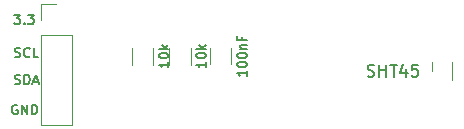
<source format=gbr>
%TF.GenerationSoftware,KiCad,Pcbnew,7.0.6-7.0.6~ubuntu22.04.1*%
%TF.CreationDate,2023-08-14T10:47:39+02:00*%
%TF.ProjectId,SHT45,53485434-352e-46b6-9963-61645f706362,rev?*%
%TF.SameCoordinates,Original*%
%TF.FileFunction,Legend,Top*%
%TF.FilePolarity,Positive*%
%FSLAX46Y46*%
G04 Gerber Fmt 4.6, Leading zero omitted, Abs format (unit mm)*
G04 Created by KiCad (PCBNEW 7.0.6-7.0.6~ubuntu22.04.1) date 2023-08-14 10:47:39*
%MOMM*%
%LPD*%
G01*
G04 APERTURE LIST*
%ADD10C,0.150000*%
%ADD11C,0.120000*%
G04 APERTURE END LIST*
D10*
X124164969Y-77834295D02*
X124660207Y-77834295D01*
X124660207Y-77834295D02*
X124393541Y-78139057D01*
X124393541Y-78139057D02*
X124507826Y-78139057D01*
X124507826Y-78139057D02*
X124584017Y-78177152D01*
X124584017Y-78177152D02*
X124622112Y-78215247D01*
X124622112Y-78215247D02*
X124660207Y-78291438D01*
X124660207Y-78291438D02*
X124660207Y-78481914D01*
X124660207Y-78481914D02*
X124622112Y-78558104D01*
X124622112Y-78558104D02*
X124584017Y-78596200D01*
X124584017Y-78596200D02*
X124507826Y-78634295D01*
X124507826Y-78634295D02*
X124279255Y-78634295D01*
X124279255Y-78634295D02*
X124203064Y-78596200D01*
X124203064Y-78596200D02*
X124164969Y-78558104D01*
X125003065Y-78558104D02*
X125041160Y-78596200D01*
X125041160Y-78596200D02*
X125003065Y-78634295D01*
X125003065Y-78634295D02*
X124964969Y-78596200D01*
X124964969Y-78596200D02*
X125003065Y-78558104D01*
X125003065Y-78558104D02*
X125003065Y-78634295D01*
X125307826Y-77834295D02*
X125803064Y-77834295D01*
X125803064Y-77834295D02*
X125536398Y-78139057D01*
X125536398Y-78139057D02*
X125650683Y-78139057D01*
X125650683Y-78139057D02*
X125726874Y-78177152D01*
X125726874Y-78177152D02*
X125764969Y-78215247D01*
X125764969Y-78215247D02*
X125803064Y-78291438D01*
X125803064Y-78291438D02*
X125803064Y-78481914D01*
X125803064Y-78481914D02*
X125764969Y-78558104D01*
X125764969Y-78558104D02*
X125726874Y-78596200D01*
X125726874Y-78596200D02*
X125650683Y-78634295D01*
X125650683Y-78634295D02*
X125422112Y-78634295D01*
X125422112Y-78634295D02*
X125345921Y-78596200D01*
X125345921Y-78596200D02*
X125307826Y-78558104D01*
X124203064Y-83676200D02*
X124317350Y-83714295D01*
X124317350Y-83714295D02*
X124507826Y-83714295D01*
X124507826Y-83714295D02*
X124584017Y-83676200D01*
X124584017Y-83676200D02*
X124622112Y-83638104D01*
X124622112Y-83638104D02*
X124660207Y-83561914D01*
X124660207Y-83561914D02*
X124660207Y-83485723D01*
X124660207Y-83485723D02*
X124622112Y-83409533D01*
X124622112Y-83409533D02*
X124584017Y-83371438D01*
X124584017Y-83371438D02*
X124507826Y-83333342D01*
X124507826Y-83333342D02*
X124355445Y-83295247D01*
X124355445Y-83295247D02*
X124279255Y-83257152D01*
X124279255Y-83257152D02*
X124241160Y-83219057D01*
X124241160Y-83219057D02*
X124203064Y-83142866D01*
X124203064Y-83142866D02*
X124203064Y-83066676D01*
X124203064Y-83066676D02*
X124241160Y-82990485D01*
X124241160Y-82990485D02*
X124279255Y-82952390D01*
X124279255Y-82952390D02*
X124355445Y-82914295D01*
X124355445Y-82914295D02*
X124545922Y-82914295D01*
X124545922Y-82914295D02*
X124660207Y-82952390D01*
X125003065Y-83714295D02*
X125003065Y-82914295D01*
X125003065Y-82914295D02*
X125193541Y-82914295D01*
X125193541Y-82914295D02*
X125307827Y-82952390D01*
X125307827Y-82952390D02*
X125384017Y-83028580D01*
X125384017Y-83028580D02*
X125422112Y-83104771D01*
X125422112Y-83104771D02*
X125460208Y-83257152D01*
X125460208Y-83257152D02*
X125460208Y-83371438D01*
X125460208Y-83371438D02*
X125422112Y-83523819D01*
X125422112Y-83523819D02*
X125384017Y-83600009D01*
X125384017Y-83600009D02*
X125307827Y-83676200D01*
X125307827Y-83676200D02*
X125193541Y-83714295D01*
X125193541Y-83714295D02*
X125003065Y-83714295D01*
X125764969Y-83485723D02*
X126145922Y-83485723D01*
X125688779Y-83714295D02*
X125955446Y-82914295D01*
X125955446Y-82914295D02*
X126222112Y-83714295D01*
X124203064Y-81390200D02*
X124317350Y-81428295D01*
X124317350Y-81428295D02*
X124507826Y-81428295D01*
X124507826Y-81428295D02*
X124584017Y-81390200D01*
X124584017Y-81390200D02*
X124622112Y-81352104D01*
X124622112Y-81352104D02*
X124660207Y-81275914D01*
X124660207Y-81275914D02*
X124660207Y-81199723D01*
X124660207Y-81199723D02*
X124622112Y-81123533D01*
X124622112Y-81123533D02*
X124584017Y-81085438D01*
X124584017Y-81085438D02*
X124507826Y-81047342D01*
X124507826Y-81047342D02*
X124355445Y-81009247D01*
X124355445Y-81009247D02*
X124279255Y-80971152D01*
X124279255Y-80971152D02*
X124241160Y-80933057D01*
X124241160Y-80933057D02*
X124203064Y-80856866D01*
X124203064Y-80856866D02*
X124203064Y-80780676D01*
X124203064Y-80780676D02*
X124241160Y-80704485D01*
X124241160Y-80704485D02*
X124279255Y-80666390D01*
X124279255Y-80666390D02*
X124355445Y-80628295D01*
X124355445Y-80628295D02*
X124545922Y-80628295D01*
X124545922Y-80628295D02*
X124660207Y-80666390D01*
X125460208Y-81352104D02*
X125422112Y-81390200D01*
X125422112Y-81390200D02*
X125307827Y-81428295D01*
X125307827Y-81428295D02*
X125231636Y-81428295D01*
X125231636Y-81428295D02*
X125117350Y-81390200D01*
X125117350Y-81390200D02*
X125041160Y-81314009D01*
X125041160Y-81314009D02*
X125003065Y-81237819D01*
X125003065Y-81237819D02*
X124964969Y-81085438D01*
X124964969Y-81085438D02*
X124964969Y-80971152D01*
X124964969Y-80971152D02*
X125003065Y-80818771D01*
X125003065Y-80818771D02*
X125041160Y-80742580D01*
X125041160Y-80742580D02*
X125117350Y-80666390D01*
X125117350Y-80666390D02*
X125231636Y-80628295D01*
X125231636Y-80628295D02*
X125307827Y-80628295D01*
X125307827Y-80628295D02*
X125422112Y-80666390D01*
X125422112Y-80666390D02*
X125460208Y-80704485D01*
X126184017Y-81428295D02*
X125803065Y-81428295D01*
X125803065Y-81428295D02*
X125803065Y-80628295D01*
X124406207Y-85492390D02*
X124330017Y-85454295D01*
X124330017Y-85454295D02*
X124215731Y-85454295D01*
X124215731Y-85454295D02*
X124101445Y-85492390D01*
X124101445Y-85492390D02*
X124025255Y-85568580D01*
X124025255Y-85568580D02*
X123987160Y-85644771D01*
X123987160Y-85644771D02*
X123949064Y-85797152D01*
X123949064Y-85797152D02*
X123949064Y-85911438D01*
X123949064Y-85911438D02*
X123987160Y-86063819D01*
X123987160Y-86063819D02*
X124025255Y-86140009D01*
X124025255Y-86140009D02*
X124101445Y-86216200D01*
X124101445Y-86216200D02*
X124215731Y-86254295D01*
X124215731Y-86254295D02*
X124291922Y-86254295D01*
X124291922Y-86254295D02*
X124406207Y-86216200D01*
X124406207Y-86216200D02*
X124444303Y-86178104D01*
X124444303Y-86178104D02*
X124444303Y-85911438D01*
X124444303Y-85911438D02*
X124291922Y-85911438D01*
X124787160Y-86254295D02*
X124787160Y-85454295D01*
X124787160Y-85454295D02*
X125244303Y-86254295D01*
X125244303Y-86254295D02*
X125244303Y-85454295D01*
X125625255Y-86254295D02*
X125625255Y-85454295D01*
X125625255Y-85454295D02*
X125815731Y-85454295D01*
X125815731Y-85454295D02*
X125930017Y-85492390D01*
X125930017Y-85492390D02*
X126006207Y-85568580D01*
X126006207Y-85568580D02*
X126044302Y-85644771D01*
X126044302Y-85644771D02*
X126082398Y-85797152D01*
X126082398Y-85797152D02*
X126082398Y-85911438D01*
X126082398Y-85911438D02*
X126044302Y-86063819D01*
X126044302Y-86063819D02*
X126006207Y-86140009D01*
X126006207Y-86140009D02*
X125930017Y-86216200D01*
X125930017Y-86216200D02*
X125815731Y-86254295D01*
X125815731Y-86254295D02*
X125625255Y-86254295D01*
X143817295Y-82567095D02*
X143817295Y-83024238D01*
X143817295Y-82795666D02*
X143017295Y-82795666D01*
X143017295Y-82795666D02*
X143131580Y-82871857D01*
X143131580Y-82871857D02*
X143207771Y-82948047D01*
X143207771Y-82948047D02*
X143245866Y-83024238D01*
X143017295Y-82071856D02*
X143017295Y-81995666D01*
X143017295Y-81995666D02*
X143055390Y-81919475D01*
X143055390Y-81919475D02*
X143093485Y-81881380D01*
X143093485Y-81881380D02*
X143169676Y-81843285D01*
X143169676Y-81843285D02*
X143322057Y-81805190D01*
X143322057Y-81805190D02*
X143512533Y-81805190D01*
X143512533Y-81805190D02*
X143664914Y-81843285D01*
X143664914Y-81843285D02*
X143741104Y-81881380D01*
X143741104Y-81881380D02*
X143779200Y-81919475D01*
X143779200Y-81919475D02*
X143817295Y-81995666D01*
X143817295Y-81995666D02*
X143817295Y-82071856D01*
X143817295Y-82071856D02*
X143779200Y-82148047D01*
X143779200Y-82148047D02*
X143741104Y-82186142D01*
X143741104Y-82186142D02*
X143664914Y-82224237D01*
X143664914Y-82224237D02*
X143512533Y-82262333D01*
X143512533Y-82262333D02*
X143322057Y-82262333D01*
X143322057Y-82262333D02*
X143169676Y-82224237D01*
X143169676Y-82224237D02*
X143093485Y-82186142D01*
X143093485Y-82186142D02*
X143055390Y-82148047D01*
X143055390Y-82148047D02*
X143017295Y-82071856D01*
X143017295Y-81309951D02*
X143017295Y-81233761D01*
X143017295Y-81233761D02*
X143055390Y-81157570D01*
X143055390Y-81157570D02*
X143093485Y-81119475D01*
X143093485Y-81119475D02*
X143169676Y-81081380D01*
X143169676Y-81081380D02*
X143322057Y-81043285D01*
X143322057Y-81043285D02*
X143512533Y-81043285D01*
X143512533Y-81043285D02*
X143664914Y-81081380D01*
X143664914Y-81081380D02*
X143741104Y-81119475D01*
X143741104Y-81119475D02*
X143779200Y-81157570D01*
X143779200Y-81157570D02*
X143817295Y-81233761D01*
X143817295Y-81233761D02*
X143817295Y-81309951D01*
X143817295Y-81309951D02*
X143779200Y-81386142D01*
X143779200Y-81386142D02*
X143741104Y-81424237D01*
X143741104Y-81424237D02*
X143664914Y-81462332D01*
X143664914Y-81462332D02*
X143512533Y-81500428D01*
X143512533Y-81500428D02*
X143322057Y-81500428D01*
X143322057Y-81500428D02*
X143169676Y-81462332D01*
X143169676Y-81462332D02*
X143093485Y-81424237D01*
X143093485Y-81424237D02*
X143055390Y-81386142D01*
X143055390Y-81386142D02*
X143017295Y-81309951D01*
X143283961Y-80700427D02*
X143817295Y-80700427D01*
X143360152Y-80700427D02*
X143322057Y-80662332D01*
X143322057Y-80662332D02*
X143283961Y-80586142D01*
X143283961Y-80586142D02*
X143283961Y-80471856D01*
X143283961Y-80471856D02*
X143322057Y-80395665D01*
X143322057Y-80395665D02*
X143398247Y-80357570D01*
X143398247Y-80357570D02*
X143817295Y-80357570D01*
X143398247Y-79709951D02*
X143398247Y-79976617D01*
X143817295Y-79976617D02*
X143017295Y-79976617D01*
X143017295Y-79976617D02*
X143017295Y-79595665D01*
X137183295Y-81817690D02*
X137183295Y-82274833D01*
X137183295Y-82046261D02*
X136383295Y-82046261D01*
X136383295Y-82046261D02*
X136497580Y-82122452D01*
X136497580Y-82122452D02*
X136573771Y-82198642D01*
X136573771Y-82198642D02*
X136611866Y-82274833D01*
X136383295Y-81322451D02*
X136383295Y-81246261D01*
X136383295Y-81246261D02*
X136421390Y-81170070D01*
X136421390Y-81170070D02*
X136459485Y-81131975D01*
X136459485Y-81131975D02*
X136535676Y-81093880D01*
X136535676Y-81093880D02*
X136688057Y-81055785D01*
X136688057Y-81055785D02*
X136878533Y-81055785D01*
X136878533Y-81055785D02*
X137030914Y-81093880D01*
X137030914Y-81093880D02*
X137107104Y-81131975D01*
X137107104Y-81131975D02*
X137145200Y-81170070D01*
X137145200Y-81170070D02*
X137183295Y-81246261D01*
X137183295Y-81246261D02*
X137183295Y-81322451D01*
X137183295Y-81322451D02*
X137145200Y-81398642D01*
X137145200Y-81398642D02*
X137107104Y-81436737D01*
X137107104Y-81436737D02*
X137030914Y-81474832D01*
X137030914Y-81474832D02*
X136878533Y-81512928D01*
X136878533Y-81512928D02*
X136688057Y-81512928D01*
X136688057Y-81512928D02*
X136535676Y-81474832D01*
X136535676Y-81474832D02*
X136459485Y-81436737D01*
X136459485Y-81436737D02*
X136421390Y-81398642D01*
X136421390Y-81398642D02*
X136383295Y-81322451D01*
X137183295Y-80712927D02*
X136383295Y-80712927D01*
X136878533Y-80636737D02*
X137183295Y-80408165D01*
X136649961Y-80408165D02*
X136954723Y-80712927D01*
X140358295Y-81817690D02*
X140358295Y-82274833D01*
X140358295Y-82046261D02*
X139558295Y-82046261D01*
X139558295Y-82046261D02*
X139672580Y-82122452D01*
X139672580Y-82122452D02*
X139748771Y-82198642D01*
X139748771Y-82198642D02*
X139786866Y-82274833D01*
X139558295Y-81322451D02*
X139558295Y-81246261D01*
X139558295Y-81246261D02*
X139596390Y-81170070D01*
X139596390Y-81170070D02*
X139634485Y-81131975D01*
X139634485Y-81131975D02*
X139710676Y-81093880D01*
X139710676Y-81093880D02*
X139863057Y-81055785D01*
X139863057Y-81055785D02*
X140053533Y-81055785D01*
X140053533Y-81055785D02*
X140205914Y-81093880D01*
X140205914Y-81093880D02*
X140282104Y-81131975D01*
X140282104Y-81131975D02*
X140320200Y-81170070D01*
X140320200Y-81170070D02*
X140358295Y-81246261D01*
X140358295Y-81246261D02*
X140358295Y-81322451D01*
X140358295Y-81322451D02*
X140320200Y-81398642D01*
X140320200Y-81398642D02*
X140282104Y-81436737D01*
X140282104Y-81436737D02*
X140205914Y-81474832D01*
X140205914Y-81474832D02*
X140053533Y-81512928D01*
X140053533Y-81512928D02*
X139863057Y-81512928D01*
X139863057Y-81512928D02*
X139710676Y-81474832D01*
X139710676Y-81474832D02*
X139634485Y-81436737D01*
X139634485Y-81436737D02*
X139596390Y-81398642D01*
X139596390Y-81398642D02*
X139558295Y-81322451D01*
X140358295Y-80712927D02*
X139558295Y-80712927D01*
X140053533Y-80636737D02*
X140358295Y-80408165D01*
X139824961Y-80408165D02*
X140129723Y-80712927D01*
X154067143Y-83019200D02*
X154210000Y-83066819D01*
X154210000Y-83066819D02*
X154448095Y-83066819D01*
X154448095Y-83066819D02*
X154543333Y-83019200D01*
X154543333Y-83019200D02*
X154590952Y-82971580D01*
X154590952Y-82971580D02*
X154638571Y-82876342D01*
X154638571Y-82876342D02*
X154638571Y-82781104D01*
X154638571Y-82781104D02*
X154590952Y-82685866D01*
X154590952Y-82685866D02*
X154543333Y-82638247D01*
X154543333Y-82638247D02*
X154448095Y-82590628D01*
X154448095Y-82590628D02*
X154257619Y-82543009D01*
X154257619Y-82543009D02*
X154162381Y-82495390D01*
X154162381Y-82495390D02*
X154114762Y-82447771D01*
X154114762Y-82447771D02*
X154067143Y-82352533D01*
X154067143Y-82352533D02*
X154067143Y-82257295D01*
X154067143Y-82257295D02*
X154114762Y-82162057D01*
X154114762Y-82162057D02*
X154162381Y-82114438D01*
X154162381Y-82114438D02*
X154257619Y-82066819D01*
X154257619Y-82066819D02*
X154495714Y-82066819D01*
X154495714Y-82066819D02*
X154638571Y-82114438D01*
X155067143Y-83066819D02*
X155067143Y-82066819D01*
X155067143Y-82543009D02*
X155638571Y-82543009D01*
X155638571Y-83066819D02*
X155638571Y-82066819D01*
X155971905Y-82066819D02*
X156543333Y-82066819D01*
X156257619Y-83066819D02*
X156257619Y-82066819D01*
X157305238Y-82400152D02*
X157305238Y-83066819D01*
X157067143Y-82019200D02*
X156829048Y-82733485D01*
X156829048Y-82733485D02*
X157448095Y-82733485D01*
X158305238Y-82066819D02*
X157829048Y-82066819D01*
X157829048Y-82066819D02*
X157781429Y-82543009D01*
X157781429Y-82543009D02*
X157829048Y-82495390D01*
X157829048Y-82495390D02*
X157924286Y-82447771D01*
X157924286Y-82447771D02*
X158162381Y-82447771D01*
X158162381Y-82447771D02*
X158257619Y-82495390D01*
X158257619Y-82495390D02*
X158305238Y-82543009D01*
X158305238Y-82543009D02*
X158352857Y-82638247D01*
X158352857Y-82638247D02*
X158352857Y-82876342D01*
X158352857Y-82876342D02*
X158305238Y-82971580D01*
X158305238Y-82971580D02*
X158257619Y-83019200D01*
X158257619Y-83019200D02*
X158162381Y-83066819D01*
X158162381Y-83066819D02*
X157924286Y-83066819D01*
X157924286Y-83066819D02*
X157829048Y-83019200D01*
X157829048Y-83019200D02*
X157781429Y-82971580D01*
D11*
%TO.C,100nF*%
X142515000Y-80617748D02*
X142515000Y-82040252D01*
X140695000Y-80617748D02*
X140695000Y-82040252D01*
%TO.C,10k*%
X135911000Y-80614436D02*
X135911000Y-82068564D01*
X134091000Y-80614436D02*
X134091000Y-82068564D01*
%TO.C,J1*%
X126381000Y-76902000D02*
X127711000Y-76902000D01*
X126381000Y-78232000D02*
X126381000Y-76902000D01*
X126381000Y-79502000D02*
X126381000Y-87182000D01*
X126381000Y-79502000D02*
X129041000Y-79502000D01*
X126381000Y-87182000D02*
X129041000Y-87182000D01*
X129041000Y-79502000D02*
X129041000Y-87182000D01*
%TO.C,10k*%
X139086000Y-80614436D02*
X139086000Y-82068564D01*
X137266000Y-80614436D02*
X137266000Y-82068564D01*
%TO.C,SHT45*%
X161242000Y-83362000D02*
X161242000Y-81862000D01*
X159522000Y-82612000D02*
X159522000Y-81862000D01*
%TD*%
M02*

</source>
